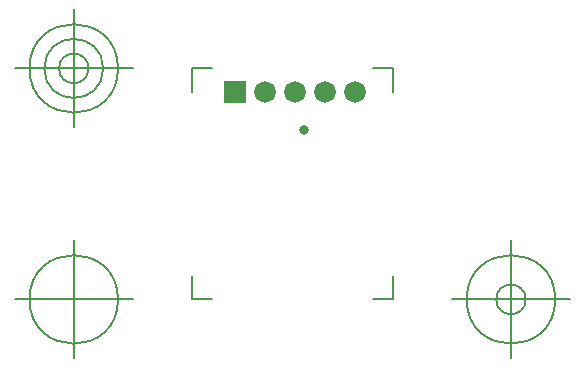
<source format=gbr>
G04 Generated by Ultiboard 11.0 *
%FSLAX25Y25*%
%MOIN*%

%ADD10C,0.00500*%
%ADD11C,0.03200*%
%ADD12C,0.07200*%
%ADD13R,0.07200X0.07200*%


G04 ColorRGB 9900CC for the following layer *
%LNSolder Mask Bottom*%
%LPD*%
%FSLAX25Y25*%
%MOIN*%
G54D10*
X-21000Y-1000D02*
X-21000Y6700D01*
X-21000Y-1000D02*
X-14300Y-1000D01*
X46000Y-1000D02*
X39300Y-1000D01*
X46000Y-1000D02*
X46000Y6700D01*
X46000Y76000D02*
X46000Y68300D01*
X46000Y76000D02*
X39300Y76000D01*
X-21000Y76000D02*
X-14300Y76000D01*
X-21000Y76000D02*
X-21000Y68300D01*
X-40685Y-1000D02*
X-80055Y-1000D01*
X-60370Y-20685D02*
X-60370Y18685D01*
X-75134Y-1000D02*
G75*
D01*
G02X-75134Y-1000I14764J0*
G01*
X65685Y-1000D02*
X105055Y-1000D01*
X85370Y-20685D02*
X85370Y18685D01*
X70606Y-1000D02*
G75*
D01*
G02X70606Y-1000I14764J0*
G01*
X80449Y-1000D02*
G75*
D01*
G02X80449Y-1000I4921J0*
G01*
X-40685Y76000D02*
X-80055Y76000D01*
X-60370Y56315D02*
X-60370Y95685D01*
X-75134Y76000D02*
G75*
D01*
G02X-75134Y76000I14764J0*
G01*
X-70213Y76000D02*
G75*
D01*
G02X-70213Y76000I9843J0*
G01*
X-65291Y76000D02*
G75*
D01*
G02X-65291Y76000I4921J0*
G01*
G54D11*
X16500Y55500D03*
G54D12*
X3500Y68000D03*
X33500Y68000D03*
X13500Y68000D03*
X23500Y68000D03*
G54D13*
X-6500Y68000D03*

M00*

</source>
